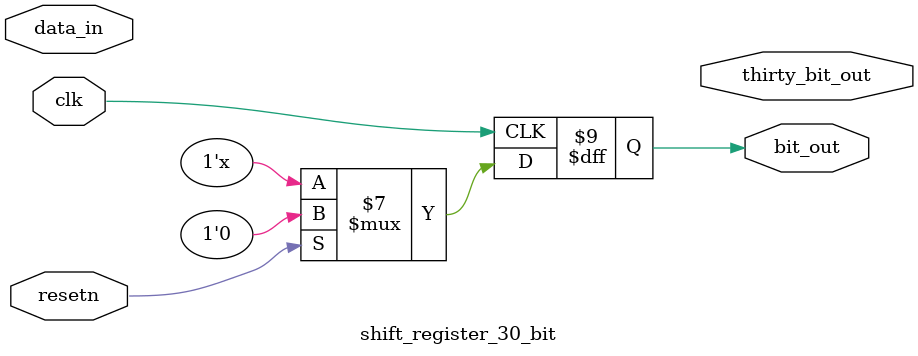
<source format=v>
module shift_register_30_bit(
  input clk,
  input resetn,
  input data_in,
  output bit_out,
  output reg [29:0] thirty_bit_out
  );

  // Reset Shift Register on low resetn signal, otherwise every positive clock
  // edge takes the input value and puts it at the least significant bit of the
  // 40-bit shift register, with the pushed out bit also being returned.

  always @(posedge clk)
  begin
    if (!resetn) begin
      bit_out = forty_bit_out[29];
      forty_bit_out <= {forty_bit_out[28:0], data_in};
    end
    else begin
      bit_out = 1'b0;
      forty_bit_out <= 20'b0;
    end
  end
endmodule

</source>
